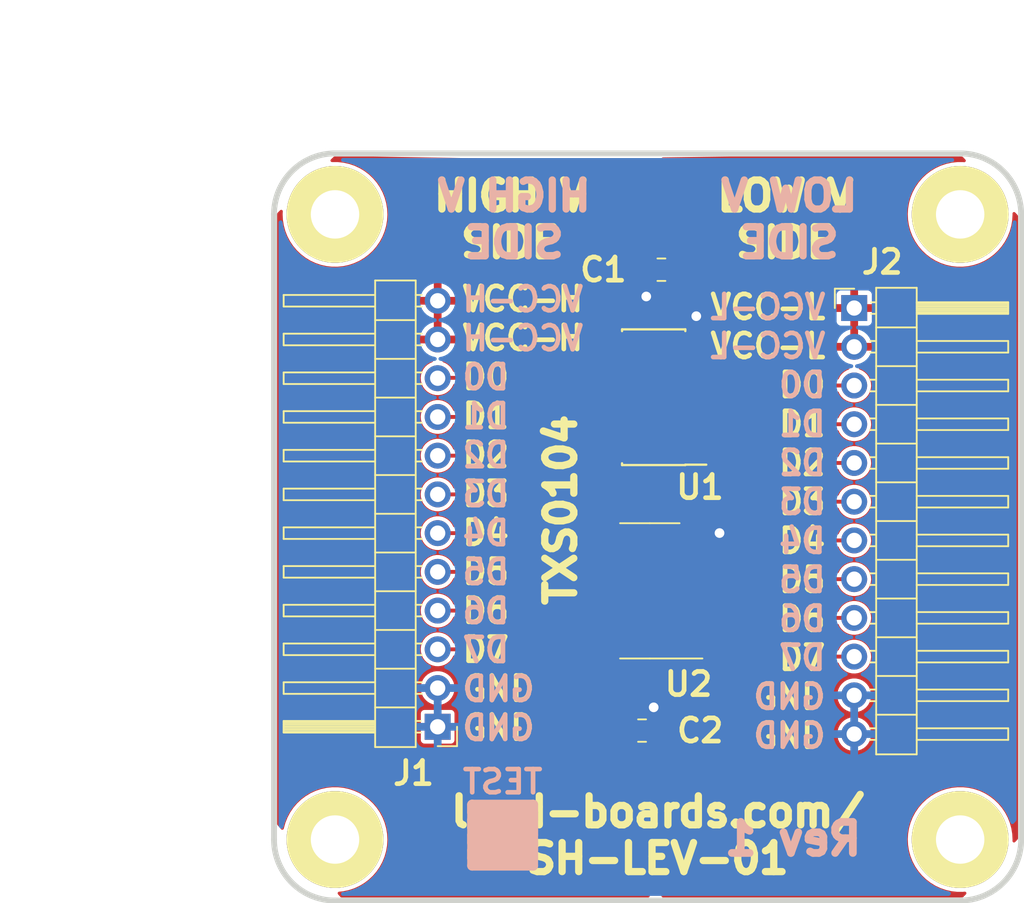
<source format=kicad_pcb>
(kicad_pcb (version 20211014) (generator pcbnew)
  (title_block (title "SD_CARD_X49") (date "2020-02-21") (rev "1") (company "Land Boards LLC"))
  (layers (0 "F.Cu" signal "Front") (31 "B.Cu" signal "Back") (34 "B.Paste" user) (35 "F.Paste" user) (36 "B.SilkS" user "B.Silkscreen") (37 "F.SilkS" user "F.Silkscreen") (38 "B.Mask" user) (39 "F.Mask" user) (44 "Edge.Cuts" user))
  (net 0 "")
  (net 1 "GND")
  (net 2 "VCC")
  (net 4 "+3V3")
  (net 8 "/A0")
  (net 9 "/A1")
  (net 10 "/A2")
  (net 11 "/A3")
  (net 12 "/A4")
  (net 13 "/A5")
  (net 14 "/A6")
  (net 15 "/A7")
  (net 16 "/B7")
  (net 17 "/B6")
  (net 18 "/B5")
  (net 19 "/B4")
  (net 20 "/B3")
  (net 21 "/B2")
  (net 22 "/B1")
  (net 23 "/B0")
  (footprint "MTG-4-40" (layer "F.Cu") (at 14 55)
    (fp_text reference "MTG3" hide)
    (fp_text value "CONN_1" hide)
    (pad "1" thru_hole circle locked (at 0 0) (size 6.35 6.35) (drill 3.175) (layers *.Cu *.Mask "F.SilkS"))
  )
  (footprint "MTG-4-40" (layer "F.Cu") (at 55 55)
    (fp_text reference "MTG4" hide)
    (fp_text value "CONN_1" hide)
    (pad "1" thru_hole circle locked (at 0 0) (size 6.35 6.35) (drill 3.175) (layers *.Cu *.Mask "F.SilkS"))
  )
  (footprint "MTG-4-40" (layer "F.Cu") (at 55 14)
    (fp_text reference "MTG2" hide)
    (fp_text value "CONN_1" hide)
    (pad "1" thru_hole circle locked (at 0 0) (size 6.35 6.35) (drill 3.175) (layers *.Cu *.Mask "F.SilkS"))
  )
  (footprint "MTG-4-40" (layer "F.Cu") (at 14 14)
    (fp_text reference "MTG1" hide)
    (fp_text value "CONN_1" hide)
    (pad "1" thru_hole circle locked (at 0 0) (size 6.35 6.35) (drill 3.175) (layers *.Cu *.Mask "F.SilkS"))
  )
  (footprint "Package_SO:SOIC-14_3.9x8.7mm_P1.27mm" (layer "F.Cu") (at 34.6456 38.6896 180)
    (fp_text reference "U2" (at -2.54 -6.116) (layer "F.SilkS") (effects (font (size 1.524 1.524) (thickness 0.3048))))
    (fp_text value "TXS0104")
    (fp_line (start 0 -4.435) (end 1.95 -4.435) (layer "F.SilkS") (width 0.12))
    (fp_line (start 0 4.435) (end 1.95 4.435) (layer "F.SilkS") (width 0.12))
    (fp_line (start 0 4.435) (end -1.95 4.435) (layer "F.SilkS") (width 0.12))
    (fp_line (start 0 -4.435) (end -3.45 -4.435) (layer "F.SilkS") (width 0.12))
    (pad "1" smd roundrect (at -2.475 -3.81 180) (size 1.95 0.6) (layers "F.Cu" "F.Paste" "F.Mask") (net 4 "+3V3"))
    (pad "2" smd roundrect (at -2.475 -2.54 180) (size 1.95 0.6) (layers "F.Cu" "F.Paste" "F.Mask") (net 23 "/B0"))
    (pad "3" smd roundrect (at -2.475 -1.27 180) (size 1.95 0.6) (layers "F.Cu" "F.Paste" "F.Mask") (net 22 "/B1"))
    (pad "4" smd roundrect (at -2.475 0 180) (size 1.95 0.6) (layers "F.Cu" "F.Paste" "F.Mask") (net 21 "/B2"))
    (pad "5" smd roundrect (at -2.475 1.27 180) (size 1.95 0.6) (layers "F.Cu" "F.Paste" "F.Mask") (net 20 "/B3"))
    (pad "6" smd roundrect (at -2.475 2.54 180) (size 1.95 0.6) (layers "F.Cu" "F.Paste" "F.Mask"))
    (pad "7" smd roundrect (at -2.475 3.81 180) (size 1.95 0.6) (layers "F.Cu" "F.Paste" "F.Mask") (net 1 "GND"))
    (pad "8" smd roundrect (at 2.475 3.81 180) (size 1.95 0.6) (layers "F.Cu" "F.Paste" "F.Mask") (net 4 "+3V3"))
    (pad "9" smd roundrect (at 2.475 2.54 180) (size 1.95 0.6) (layers "F.Cu" "F.Paste" "F.Mask"))
    (pad "10" smd roundrect (at 2.475 1.27 180) (size 1.95 0.6) (layers "F.Cu" "F.Paste" "F.Mask") (net 11 "/A3"))
    (pad "11" smd roundrect (at 2.475 0 180) (size 1.95 0.6) (layers "F.Cu" "F.Paste" "F.Mask") (net 10 "/A2"))
    (pad "12" smd roundrect (at 2.475 -1.27 180) (size 1.95 0.6) (layers "F.Cu" "F.Paste" "F.Mask") (net 9 "/A1"))
    (pad "13" smd roundrect (at 2.475 -2.54 180) (size 1.95 0.6) (layers "F.Cu" "F.Paste" "F.Mask") (net 8 "/A0"))
    (pad "14" smd roundrect (at 2.475 -3.81 180) (size 1.95 0.6) (layers "F.Cu" "F.Paste" "F.Mask") (net 2 "VCC"))
  )
  (footprint "Package_SO:SOIC-14_3.9x8.7mm_P1.27mm" (layer "F.Cu") (at 34.8996 25.9896 180)
    (fp_text reference "U1" (at -3.036 -5.902) (layer "F.SilkS") (effects (font (size 1.524 1.524) (thickness 0.3048))))
    (fp_text value "TXS0104" hide)
    (fp_line (start -2.075 -4.45) (end -2.075 -4.425) (layer "F.SilkS") (width 0.15))
    (fp_line (start 2.075 -4.45) (end 2.075 -4.335) (layer "F.SilkS") (width 0.15))
    (fp_line (start -2.075 -4.425) (end -3.45 -4.425) (layer "F.SilkS") (width 0.15))
    (fp_line (start -2.075 4.45) (end 2.075 4.45) (layer "F.SilkS") (width 0.15))
    (fp_line (start -2.075 -4.45) (end 2.075 -4.45) (layer "F.SilkS") (width 0.15))
    (fp_line (start -2.075 4.45) (end -2.075 4.335) (layer "F.SilkS") (width 0.15))
    (fp_line (start 2.075 4.45) (end 2.075 4.335) (layer "F.SilkS") (width 0.15))
    (pad "1" smd rect locked (at -2.7 -3.81 180) (size 1.5 0.6) (layers "F.Cu" "F.Paste" "F.Mask") (net 4 "+3V3"))
    (pad "2" smd rect locked (at -2.7 -2.54 180) (size 1.5 0.6) (layers "F.Cu" "F.Paste" "F.Mask") (net 19 "/B4"))
    (pad "3" smd rect locked (at -2.7 -1.27 180) (size 1.5 0.6) (layers "F.Cu" "F.Paste" "F.Mask") (net 18 "/B5"))
    (pad "4" smd rect locked (at -2.7 0 180) (size 1.5 0.6) (layers "F.Cu" "F.Paste" "F.Mask") (net 17 "/B6"))
    (pad "5" smd rect locked (at -2.7 1.27 180) (size 1.5 0.6) (layers "F.Cu" "F.Paste" "F.Mask") (net 16 "/B7"))
    (pad "6" smd rect locked (at -2.7 2.54 180) (size 1.5 0.6) (layers "F.Cu" "F.Paste" "F.Mask"))
    (pad "7" smd rect locked (at -2.7 3.81 180) (size 1.5 0.6) (layers "F.Cu" "F.Paste" "F.Mask") (net 1 "GND"))
    (pad "8" smd rect locked (at 2.7 3.81 180) (size 1.5 0.6) (layers "F.Cu" "F.Paste" "F.Mask") (net 4 "+3V3"))
    (pad "9" smd rect locked (at 2.7 2.54 180) (size 1.5 0.6) (layers "F.Cu" "F.Paste" "F.Mask"))
    (pad "10" smd rect locked (at 2.7 1.27 180) (size 1.5 0.6) (layers "F.Cu" "F.Paste" "F.Mask") (net 15 "/A7"))
    (pad "11" smd rect locked (at 2.7 0 180) (size 1.5 0.6) (layers "F.Cu" "F.Paste" "F.Mask") (net 14 "/A6"))
    (pad "12" smd rect locked (at 2.7 -1.27 180) (size 1.5 0.6) (layers "F.Cu" "F.Paste" "F.Mask") (net 13 "/A5"))
    (pad "13" smd rect locked (at 2.7 -2.54 180) (size 1.5 0.6) (layers "F.Cu" "F.Paste" "F.Mask") (net 12 "/A4"))
    (pad "14" smd rect locked (at 2.7 -3.81 180) (size 1.5 0.6) (layers "F.Cu" "F.Paste" "F.Mask") (net 2 "VCC"))
  )
  (footprint "Connector_PinHeader_2.54mm:PinHeader_1x12_P2.54mm_Horizontal" (layer "F.Cu") (at 20.7326 47.6046 180)
    (fp_text reference "J1" (at 1.581 -3.043) (layer "F.SilkS") (effects (font (size 1.524 1.524) (thickness 0.3048))))
    (fp_text value "Conn_01x12")
    (fp_line (start 4.1 -0.38) (end 10.1 -0.38) (layer "F.SilkS") (width 0.12))
    (fp_line (start 1.042929 14.86) (end 1.44 14.86) (layer "F.SilkS") (width 0.12))
    (fp_line (start 4.1 25.02) (end 10.1 25.02) (layer "F.SilkS") (width 0.12))
    (fp_line (start 1.44 24.13) (end 4.1 24.13) (layer "F.SilkS") (width 0.12))
    (fp_line (start 1.11 0.38) (end 1.44 0.38) (layer "F.SilkS") (width 0.12))
    (fp_line (start 1.042929 7.24) (end 1.44 7.24) (layer "F.SilkS") (width 0.12))
    (fp_line (start 4.1 9.78) (end 10.1 9.78) (layer "F.SilkS") (width 0.12))
    (fp_line (start 1.44 13.97) (end 4.1 13.97) (layer "F.SilkS") (width 0.12))
    (fp_line (start 1.44 -1.33) (end 1.44 29.27) (layer "F.SilkS") (width 0.12))
    (fp_line (start 10.1 0.38) (end 4.1 0.38) (layer "F.SilkS") (width 0.12))
    (fp_line (start 1.44 1.27) (end 4.1 1.27) (layer "F.SilkS") (width 0.12))
    (fp_line (start 4.1 7.24) (end 10.1 7.24) (layer "F.SilkS") (width 0.12))
    (fp_line (start 1.042929 10.54) (end 1.44 10.54) (layer "F.SilkS") (width 0.12))
    (fp_line (start 1.042929 28.32) (end 1.44 28.32) (layer "F.SilkS") (width 0.12))
    (fp_line (start 4.1 27.56) (end 10.1 27.56) (layer "F.SilkS") (width 0.12))
    (fp_line (start 10.1 17.4) (end 10.1 18.16) (layer "F.SilkS") (width 0.12))
    (fp_line (start 1.042929 18.16) (end 1.44 18.16) (layer "F.SilkS") (width 0.12))
    (fp_line (start 1.042929 4.7) (end 1.44 4.7) (layer "F.SilkS") (width 0.12))
    (fp_line (start 4.1 -0.32) (end 10.1 -0.32) (layer "F.SilkS") (width 0.12))
    (fp_line (start 4.1 -0.2) (end 10.1 -0.2) (layer "F.SilkS") (width 0.12))
    (fp_line (start 4.1 22.48) (end 10.1 22.48) (layer "F.SilkS") (width 0.12))
    (fp_line (start 10.1 10.54) (end 4.1 10.54) (layer "F.SilkS") (width 0.12))
    (fp_line (start 10.1 25.78) (end 4.1 25.78) (layer "F.SilkS") (width 0.12))
    (fp_line (start 1.44 29.27) (end 4.1 29.27) (layer "F.SilkS") (width 0.12))
    (fp_line (start 10.1 5.46) (end 4.1 5.46) (layer "F.SilkS") (width 0.12))
    (fp_line (start 4.1 12.32) (end 10.1 12.32) (layer "F.SilkS") (width 0.12))
    (fp_line (start 10.1 25.02) (end 10.1 25.78) (layer "F.SilkS") (width 0.12))
    (fp_line (start 1.44 16.51) (end 4.1 16.51) (layer "F.SilkS") (width 0.12))
    (fp_line (start 10.1 12.32) (end 10.1 13.08) (layer "F.SilkS") (width 0.12))
    (fp_line (start 1.042929 12.32) (end 1.44 12.32) (layer "F.SilkS") (width 0.12))
    (fp_line (start 1.042929 2.16) (end 1.44 2.16) (layer "F.SilkS") (width 0.12))
    (fp_line (start 10.1 2.92) (end 4.1 2.92) (layer "F.SilkS") (width 0.12))
    (fp_line (start 1.042929 19.94) (end 1.44 19.94) (layer "F.SilkS") (width 0.12))
    (fp_line (start 10.1 7.24) (end 10.1 8) (layer "F.SilkS") (width 0.12))
    (fp_line (start 1.44 3.81) (end 4.1 3.81) (layer "F.SilkS") (width 0.12))
    (fp_line (start 10.1 8) (end 4.1 8) (layer "F.SilkS") (width 0.12))
    (fp_line (start 4.1 29.27) (end 4.1 -1.33) (layer "F.SilkS") (width 0.12))
    (fp_line (start 1.042929 2.92) (end 1.44 2.92) (layer "F.SilkS") (width 0.12))
    (fp_line (start 1.44 21.59) (end 4.1 21.59) (layer "F.SilkS") (width 0.12))
    (fp_line (start 1.042929 23.24) (end 1.44 23.24) (layer "F.SilkS") (width 0.12))
    (fp_line (start 10.1 13.08) (end 4.1 13.08) (layer "F.SilkS") (width 0.12))
    (fp_line (start 10.1 9.78) (end 10.1 10.54) (layer "F.SilkS") (width 0.12))
    (fp_line (start 1.042929 20.7) (end 1.44 20.7) (layer "F.SilkS") (width 0.12))
    (fp_line (start 10.1 18.16) (end 4.1 18.16) (layer "F.SilkS") (width 0.12))
    (fp_line (start 1.042929 5.46) (end 1.44 5.46) (layer "F.SilkS") (width 0.12))
    (fp_line (start 1.042929 22.48) (end 1.44 22.48) (layer "F.SilkS") (width 0.12))
    (fp_line (start 10.1 20.7) (end 4.1 20.7) (layer "F.SilkS") (width 0.12))
    (fp_line (start 1.042929 25.78) (end 1.44 25.78) (layer "F.SilkS") (width 0.12))
    (fp_line (start 1.44 19.05) (end 4.1 19.05) (layer "F.SilkS") (width 0.12))
    (fp_line (start 1.44 8.89) (end 4.1 8.89) (layer "F.SilkS") (width 0.12))
    (fp_line (start 1.042929 25.02) (end 1.44 25.02) (layer "F.SilkS") (width 0.12))
    (fp_line (start 10.1 14.86) (end 10.1 15.62) (layer "F.SilkS") (width 0.12))
    (fp_line (start 10.1 19.94) (end 10.1 20.7) (layer "F.SilkS") (width 0.12))
    (fp_line (start 4.1 14.86) (end 10.1 14.86) (layer "F.SilkS") (width 0.12))
    (fp_line (start 4.1 -1.33) (end 1.44 -1.33) (layer "F.SilkS") (width 0.12))
    (fp_line (start 10.1 -0.38) (end 10.1 0.38) (layer "F.SilkS") (width 0.12))
    (fp_line (start 10.1 27.56) (end 10.1 28.32) (layer "F.SilkS") (width 0.12))
    (fp_line (start 1.11 -0.38) (end 1.44 -0.38) (layer "F.SilkS") (width 0.12))
    (fp_line (start 4.1 0.16) (end 10.1 0.16) (layer "F.SilkS") (width 0.12))
    (fp_line (start 10.1 4.7) (end 10.1 5.46) (layer "F.SilkS") (width 0.12))
    (fp_line (start 4.1 0.04) (end 10.1 0.04) (layer "F.SilkS") (width 0.12))
    (fp_line (start 4.1 0.28) (end 10.1 0.28) (layer "F.SilkS") (width 0.12))
    (fp_line (start 4.1 4.7) (end 10.1 4.7) (layer "F.SilkS") (width 0.12))
    (fp_line (start 10.1 15.62) (end 4.1 15.62) (layer "F.SilkS") (width 0.12))
    (fp_line (start -1.27 -1.27) (end 0 -1.27) (layer "F.SilkS") (width 0.12))
    (fp_line (start 4.1 -0.08) (end 10.1 -0.08) (layer "F.SilkS") (width 0.12))
    (fp_line (start 10.1 23.24) (end 4.1 23.24) (layer "F.SilkS") (width 0.12))
    (fp_line (start 10.1 28.32) (end 4.1 28.32) (layer "F.SilkS") (width 0.12))
    (fp_line (start 10.1 2.16) (end 10.1 2.92) (layer "F.SilkS") (width 0.12))
    (fp_line (start 4.1 19.94) (end 10.1 19.94) (layer "F.SilkS") (width 0.12))
    (fp_line (start 1.44 6.35) (end 4.1 6.35) (layer "F.SilkS") (width 0.12))
    (fp_line (start 1.042929 27.56) (end 1.44 27.56) (layer "F.SilkS") (width 0.12))
    (fp_line (start 1.042929 17.4) (end 1.44 17.4) (layer "F.SilkS") (width 0.12))
    (fp_line (start 1.44 26.67) (end 4.1 26.67) (layer "F.SilkS") (width 0.12))
    (fp_line (start 1.042929 13.08) (end 1.44 13.08) (layer "F.SilkS") (width 0.12))
    (fp_line (start 1.44 11.43) (end 4.1 11.43) (layer "F.SilkS") (width 0.12))
    (fp_line (start -1.27 0) (end -1.27 -1.27) (layer "F.SilkS") (width 0.12))
    (fp_line (start 10.1 22.48) (end 10.1 23.24) (layer "F.SilkS") (width 0.12))
    (fp_line (start 1.042929 15.62) (end 1.44 15.62) (layer "F.SilkS") (width 0.12))
    (fp_line (start 4.1 2.16) (end 10.1 2.16) (layer "F.SilkS") (width 0.12))
    (fp_line (start 1.042929 9.78) (end 1.44 9.78) (layer "F.SilkS") (width 0.12))
    (fp_line (start 4.1 17.4) (end 10.1 17.4) (layer "F.SilkS") (width 0.12))
    (fp_line (start 1.042929 8) (end 1.44 8) (layer "F.SilkS") (width 0.12))
    (pad "1" thru_hole rect (at 0 0 180) (size 1.7 1.7) (drill 1) (layers *.Cu *.Mask) (net 1 "GND"))
    (pad "2" thru_hole oval (at 0 2.54 180) (size 1.7 1.7) (drill 1) (layers *.Cu *.Mask) (net 1 "GND"))
    (pad "3" thru_hole oval (at 0 5.08 180) (size 1.7 1.7) (drill 1) (layers *.Cu *.Mask) (net 8 "/A0"))
    (pad "4" thru_hole oval (at 0 7.62 180) (size 1.7 1.7) (drill 1) (layers *.Cu *.Mask) (net 9 "/A1"))
    (pad "5" thru_hole oval (at 0 10.16 180) (size 1.7 1.7) (drill 1) (layers *.Cu *.Mask) (net 10 "/A2"))
    (pad "6" thru_hole oval (at 0 12.7 180) (size 1.7 1.7) (drill 1) (layers *.Cu *.Mask) (net 11 "/A3"))
    (pad "7" thru_hole oval (at 0 15.24 180) (size 1.7 1.7) (drill 1) (layers *.Cu *.Mask) (net 12 "/A4"))
    (pad "8" thru_hole oval (at 0 17.78 180) (size 1.7 1.7) (drill 1) (layers *.Cu *.Mask) (net 13 "/A5"))
    (pad "9" thru_hole oval (at 0 20.32 180) (size 1.7 1.7) (drill 1) (layers *.Cu *.Mask) (net 14 "/A6"))
    (pad "10" thru_hole oval (at 0 22.86 180) (size 1.7 1.7) (drill 1) (layers *.Cu *.Mask) (net 15 "/A7"))
    (pad "11" thru_hole oval (at 0 25.4 180) (size 1.7 1.7) (drill 1) (layers *.Cu *.Mask) (net 2 "VCC"))
    (pad "12" thru_hole oval (at 0 27.94 180) (size 1.7 1.7) (drill 1) (layers *.Cu *.Mask) (net 2 "VCC"))
  )
  (footprint "Capacitor_SMD:C_0805_2012Metric_Pad1.18x1.45mm_HandSolder" (layer "F.Cu") (at 34.1376 47.8536)
    (fp_text reference "C2" (at 3.81 0) (layer "F.SilkS") (effects (font (size 1.524 1.524) (thickness 0.3048))))
    (fp_text value "0.1uF")
    (fp_line (start -0.261252 -0.735) (end 0.261252 -0.735) (layer "F.SilkS") (width 0.12))
    (fp_line (start -0.261252 0.735) (end 0.261252 0.735) (layer "F.SilkS") (width 0.12))
    (pad "1" smd roundrect (at -1.0375 0) (size 1.175 1.45) (layers "F.Cu" "F.Paste" "F.Mask") (roundrect_rratio 0.2127659574) (net 2 "VCC"))
    (pad "2" smd roundrect (at 1.0375 0) (size 1.175 1.45) (layers "F.Cu" "F.Paste" "F.Mask") (roundrect_rratio 0.2127659574) (net 1 "GND"))
  )
  (footprint "Connector_PinHeader_2.54mm:PinHeader_1x12_P2.54mm_Horizontal" (layer "F.Cu") (at 48.0506 20.1426)
    (fp_text reference "J2" (at 1.835 -3.023) (layer "F.SilkS") (effects (font (size 1.524 1.524) (thickness 0.3048))))
    (fp_text value "Conn_01x12")
    (fp_line (start 1.44 16.51) (end 4.1 16.51) (layer "F.SilkS") (width 0.12))
    (fp_line (start 10.1 2.16) (end 10.1 2.92) (layer "F.SilkS") (width 0.12))
    (fp_line (start 10.1 -0.38) (end 10.1 0.38) (layer "F.SilkS") (width 0.12))
    (fp_line (start 1.44 1.27) (end 4.1 1.27) (layer "F.SilkS") (width 0.12))
    (fp_line (start 10.1 9.78) (end 10.1 10.54) (layer "F.SilkS") (width 0.12))
    (fp_line (start 4.1 0.16) (end 10.1 0.16) (layer "F.SilkS") (width 0.12))
    (fp_line (start 1.042929 25.78) (end 1.44 25.78) (layer "F.SilkS") (width 0.12))
    (fp_line (start 4.1 29.27) (end 4.1 -1.33) (layer "F.SilkS") (width 0.12))
    (fp_line (start 10.1 19.94) (end 10.1 20.7) (layer "F.SilkS") (width 0.12))
    (fp_line (start 1.042929 19.94) (end 1.44 19.94) (layer "F.SilkS") (width 0.12))
    (fp_line (start 10.1 17.4) (end 10.1 18.16) (layer "F.SilkS") (width 0.12))
    (fp_line (start 1.042929 8) (end 1.44 8) (layer "F.SilkS") (width 0.12))
    (fp_line (start 1.44 11.43) (end 4.1 11.43) (layer "F.SilkS") (width 0.12))
    (fp_line (start 1.042929 9.78) (end 1.44 9.78) (layer "F.SilkS") (width 0.12))
    (fp_line (start 10.1 23.24) (end 4.1 23.24) (layer "F.SilkS") (width 0.12))
    (fp_line (start 10.1 8) (end 4.1 8) (layer "F.SilkS") (width 0.12))
    (fp_line (start 1.042929 22.48) (end 1.44 22.48) (layer "F.SilkS") (width 0.12))
    (fp_line (start 1.042929 14.86) (end 1.44 14.86) (layer "F.SilkS") (width 0.12))
    (fp_line (start 1.042929 27.56) (end 1.44 27.56) (layer "F.SilkS") (width 0.12))
    (fp_line (start 4.1 19.94) (end 10.1 19.94) (layer "F.SilkS") (width 0.12))
    (fp_line (start 4.1 0.04) (end 10.1 0.04) (layer "F.SilkS") (width 0.12))
    (fp_line (start 4.1 22.48) (end 10.1 22.48) (layer "F.SilkS") (width 0.12))
    (fp_line (start 1.042929 20.7) (end 1.44 20.7) (layer "F.SilkS") (width 0.12))
    (fp_line (start 4.1 -0.08) (end 10.1 -0.08) (layer "F.SilkS") (width 0.12))
    (fp_line (start 4.1 2.16) (end 10.1 2.16) (layer "F.SilkS") (width 0.12))
    (fp_line (start 4.1 17.4) (end 10.1 17.4) (layer "F.SilkS") (width 0.12))
    (fp_line (start 10.1 25.78) (end 4.1 25.78) (layer "F.SilkS") (width 0.12))
    (fp_line (start 10.1 2.92) (end 4.1 2.92) (layer "F.SilkS") (width 0.12))
    (fp_line (start 10.1 7.24) (end 10.1 8) (layer "F.SilkS") (width 0.12))
    (fp_line (start 1.44 6.35) (end 4.1 6.35) (layer "F.SilkS") (width 0.12))
    (fp_line (start 1.44 29.27) (end 4.1 29.27) (layer "F.SilkS") (width 0.12))
    (fp_line (start 1.11 0.38) (end 1.44 0.38) (layer "F.SilkS") (width 0.12))
    (fp_line (start 10.1 0.38) (end 4.1 0.38) (layer "F.SilkS") (width 0.12))
    (fp_line (start 4.1 -1.33) (end 1.44 -1.33) (layer "F.SilkS") (width 0.12))
    (fp_line (start 4.1 -0.2) (end 10.1 -0.2) (layer "F.SilkS") (width 0.12))
    (fp_line (start 4.1 0.28) (end 10.1 0.28) (layer "F.SilkS") (width 0.12))
    (fp_line (start 1.44 24.13) (end 4.1 24.13) (layer "F.SilkS") (width 0.12))
    (fp_line (start 1.042929 5.46) (end 1.44 5.46) (layer "F.SilkS") (width 0.12))
    (fp_line (start 1.042929 10.54) (end 1.44 10.54) (layer "F.SilkS") (width 0.12))
    (fp_line (start 1.44 21.59) (end 4.1 21.59) (layer "F.SilkS") (width 0.12))
    (fp_line (start 1.042929 7.24) (end 1.44 7.24) (layer "F.SilkS") (width 0.12))
    (fp_line (start 1.042929 13.08) (end 1.44 13.08) (layer "F.SilkS") (width 0.12))
    (fp_line (start 1.44 8.89) (end 4.1 8.89) (layer "F.SilkS") (width 0.12))
    (fp_line (start 10.1 27.56) (end 10.1 28.32) (layer "F.SilkS") (width 0.12))
    (fp_line (start 10.1 4.7) (end 10.1 5.46) (layer "F.SilkS") (width 0.12))
    (fp_line (start 1.042929 17.4) (end 1.44 17.4) (layer "F.SilkS") (width 0.12))
    (fp_line (start 1.042929 12.32) (end 1.44 12.32) (layer "F.SilkS") (width 0.12))
    (fp_line (start 1.042929 18.16) (end 1.44 18.16) (layer "F.SilkS") (width 0.12))
    (fp_line (start 10.1 5.46) (end 4.1 5.46) (layer "F.SilkS") (width 0.12))
    (fp_line (start 10.1 12.32) (end 10.1 13.08) (layer "F.SilkS") (width 0.12))
    (fp_line (start 1.042929 2.92) (end 1.44 2.92) (layer "F.SilkS") (width 0.12))
    (fp_line (start 4.1 9.78) (end 10.1 9.78) (layer "F.SilkS") (width 0.12))
    (fp_line (start 1.44 26.67) (end 4.1 26.67) (layer "F.SilkS") (width 0.12))
    (fp_line (start 1.042929 25.02) (end 1.44 25.02) (layer "F.SilkS") (width 0.12))
    (fp_line (start 1.11 -0.38) (end 1.44 -0.38) (layer "F.SilkS") (width 0.12))
    (fp_line (start 10.1 14.86) (end 10.1 15.62) (layer "F.SilkS") (width 0.12))
    (fp_line (start 4.1 7.24) (end 10.1 7.24) (layer "F.SilkS") (width 0.12))
    (fp_line (start 1.042929 28.32) (end 1.44 28.32) (layer "F.SilkS") (width 0.12))
    (fp_line (start 4.1 -0.38) (end 10.1 -0.38) (layer "F.SilkS") (width 0.12))
    (fp_line (start 4.1 14.86) (end 10.1 14.86) (layer "F.SilkS") (width 0.12))
    (fp_line (start 1.042929 15.62) (end 1.44 15.62) (layer "F.SilkS") (width 0.12))
    (fp_line (start 1.042929 2.16) (end 1.44 2.16) (layer "F.SilkS") (width 0.12))
    (fp_line (start 10.1 22.48) (end 10.1 23.24) (layer "F.SilkS") (width 0.12))
    (fp_line (start 4.1 27.56) (end 10.1 27.56) (layer "F.SilkS") (width 0.12))
    (fp_line (start 1.44 3.81) (end 4.1 3.81) (layer "F.SilkS") (width 0.12))
    (fp_line (start 1.042929 23.24) (end 1.44 23.24) (layer "F.SilkS") (width 0.12))
    (fp_line (start -1.27 -1.27) (end 0 -1.27) (layer "F.SilkS") (width 0.12))
    (fp_line (start 1.042929 4.7) (end 1.44 4.7) (layer "F.SilkS") (width 0.12))
    (fp_line (start 10.1 10.54) (end 4.1 10.54) (layer "F.SilkS") (width 0.12))
    (fp_line (start 1.44 13.97) (end 4.1 13.97) (layer "F.SilkS") (width 0.12))
    (fp_line (start 4.1 12.32) (end 10.1 12.32) (layer "F.SilkS") (width 0.12))
    (fp_line (start 10.1 20.7) (end 4.1 20.7) (layer "F.SilkS") (width 0.12))
    (fp_line (start -1.27 0) (end -1.27 -1.27) (layer "F.SilkS") (width 0.12))
    (fp_line (start 10.1 28.32) (end 4.1 28.32) (layer "F.SilkS") (width 0.12))
    (fp_line (start 10.1 15.62) (end 4.1 15.62) (layer "F.SilkS") (width 0.12))
    (fp_line (start 1.44 19.05) (end 4.1 19.05) (layer "F.SilkS") (width 0.12))
    (fp_line (start 10.1 25.02) (end 10.1 25.78) (layer "F.SilkS") (width 0.12))
    (fp_line (start 10.1 13.08) (end 4.1 13.08) (layer "F.SilkS") (width 0.12))
    (fp_line (start 4.1 4.7) (end 10.1 4.7) (layer "F.SilkS") (width 0.12))
    (fp_line (start 1.44 -1.33) (end 1.44 29.27) (layer "F.SilkS") (width 0.12))
    (fp_line (start 10.1 18.16) (end 4.1 18.16) (layer "F.SilkS") (width 0.12))
    (fp_line (start 4.1 25.02) (end 10.1 25.02) (layer "F.SilkS") (width 0.12))
    (fp_line (start 4.1 -0.32) (end 10.1 -0.32) (layer "F.SilkS") (width 0.12))
    (pad "1" thru_hole rect (at 0 0) (size 1.7 1.7) (drill 1) (layers *.Cu *.Mask) (net 4 "+3V3"))
    (pad "2" thru_hole oval (at 0 2.54) (size 1.7 1.7) (drill 1) (layers *.Cu *.Mask) (net 4 "+3V3"))
    (pad "3" thru_hole oval (at 0 5.08) (size 1.7 1.7) (drill 1) (layers *.Cu *.Mask) (net 16 "/B7"))
    (pad "4" thru_hole oval (at 0 7.62) (size 1.7 1.7) (drill 1) (layers *.Cu *.Mask) (net 17 "/B6"))
    (pad "5" thru_hole oval (at 0 10.16) (size 1.7 1.7) (drill 1) (layers *.Cu *.Mask) (net 18 "/B5"))
    (pad "6" thru_hole oval (at 0 12.7) (size 1.7 1.7) (drill 1) (layers *.Cu *.Mask) (net 19 "/B4"))
    (pad "7" thru_hole oval (at 0 15.24) (size 1.7 1.7) (drill 1) (layers *.Cu *.Mask) (net 20 "/B3"))
    (pad "8" thru_hole oval (at 0 17.78) (size 1.7 1.7) (drill 1) (layers *.Cu *.Mask) (net 21 "/B2"))
    (pad "9" thru_hole oval (at 0 20.32) (size 1.7 1.7) (drill 1) (layers *.Cu *.Mask) (net 22 "/B1"))
    (pad "10" thru_hole oval (at 0 22.86) (size 1.7 1.7) (drill 1) (layers *.Cu *.Mask) (net 23 "/B0"))
    (pad "11" thru_hole oval (at 0 25.4) (size 1.7 1.7) (drill 1) (layers *.Cu *.Mask) (net 1 "GND"))
    (pad "12" thru_hole oval (at 0 27.94) (size 1.7 1.7) (drill 1) (layers *.Cu *.Mask) (net 1 "GND"))
  )
  (footprint "LandBoards_Marking:TEST_BLK-REAR" (layer "F.Cu") (at 24.9936 54.7116)
    (fp_text reference "TEST" (at 0 -3.499993) (layer "B.SilkS") (effects (font (size 1.524 1.524) (thickness 0.3048)) (justify mirror)))
    (fp_text value "COUPON" hide)
    (fp_line (start -2 1.5) (end 2 1.5) (layer "B.SilkS") (width 0.65))
    (fp_line (start -2 0) (end -2 0.5) (layer "B.SilkS") (width 0.65))
    (fp_line (start -2 2) (end -2 -2) (layer "B.SilkS") (width 0.65))
    (fp_line (start 2 -0.5) (end 2 0) (layer "B.SilkS") (width 0.65))
    (fp_line (start 2 -1.5) (end 2 -1) (layer "B.SilkS") (width 0.65))
    (fp_line (start -2 -1) (end -2 -0.5) (layer "B.SilkS") (width 0.65))
    (fp_line (start -2 -1.5) (end 2 -1.5) (layer "B.SilkS") (width 0.65))
    (fp_line (start 2 0) (end -2 0) (layer "B.SilkS") (width 0.65))
    (fp_line (start -2 -2) (end 2 -2) (layer "B.SilkS") (width 0.65))
    (fp_line (start -2 -0.5) (end 2 -0.5) (layer "B.SilkS") (width 0.65))
    (fp_line (start 2 1) (end -2 1) (layer "B.SilkS") (width 0.65))
    (fp_line (start -2 0.5) (end 1.5 0.5) (layer "B.SilkS") (width 0.65))
    (fp_line (start 2 2) (end -2 2) (layer "B.SilkS") (width 0.65))
    (fp_line (start 2 -2) (end 2 2) (layer "B.SilkS") (width 0.65))
    (fp_line (start -2 -2) (end -2 -1.5) (layer "B.SilkS") (width 0.65))
    (fp_line (start 2 0.5) (end 2 1) (layer "B.SilkS") (width 0.65))
    (fp_line (start -2 1) (end -2 1.5) (layer "B.SilkS") (width 0.65))
    (fp_line (start 2 -1) (end -2 -1) (layer "B.SilkS") (width 0.65))
    (fp_line (start 1.5 0.5) (end 2 0.5) (layer "B.SilkS") (width 0.65))
  )
  (footprint "Capacitor_SMD:C_0805_2012Metric_Pad1.18x1.45mm_HandSolder" (layer "F.Cu") (at 35.4076 17.6276 180)
    (fp_text reference "C1" (at 3.81 0) (layer "F.SilkS") (effects (font (size 1.524 1.524) (thickness 0.3048))))
    (fp_text value "0.1uF")
    (fp_line (start -0.261252 0.735) (end 0.261252 0.735) (layer "F.SilkS") (width 0.12))
    (fp_line (start -0.261252 -0.735) (end 0.261252 -0.735) (layer "F.SilkS") (width 0.12))
    (pad "1" smd roundrect (at -1.0375 0 180) (size 1.175 1.45) (layers "F.Cu" "F.Paste" "F.Mask") (roundrect_rratio 0.2127659574) (net 4 "+3V3"))
    (pad "2" smd roundrect (at 1.0375 0 180) (size 1.175 1.45) (layers "F.Cu" "F.Paste" "F.Mask") (roundrect_rratio 0.2127659574) (net 1 "GND"))
  )
  (gr_line (start 59 21) (end 59 55) (layer "Edge.Cuts") (width 0.381))
  (gr_arc (start 55 10) (mid 57.828427 11.171573) (end 59 14) (layer "Edge.Cuts") (width 0.381))
  (gr_line (start 59 14) (end 59 21) (layer "Edge.Cuts") (width 0.381))
  (gr_line (start 55 59) (end 14 59) (layer "Edge.Cuts") (width 0.381))
  (gr_line (start 10 55) (end 10 14) (layer "Edge.Cuts") (width 0.381))
  (gr_arc (start 59 55) (mid 57.828427 57.828427) (end 55 59) (layer "Edge.Cuts") (width 0.381))
  (gr_arc (start 14 59) (mid 11.171573 57.828427) (end 10 55) (layer "Edge.Cuts") (width 0.381))
  (gr_line (start 14 10) (end 55 10) (layer "Edge.Cuts") (width 0.381))
  (gr_arc (start 10 14) (mid 11.171573 11.171573) (end 14 10) (layer "Edge.Cuts") (width 0.381))
  (gr_text "HIGH V\nSIDE" (at 25.7556 14.3256) (layer "B.SilkS") (effects (font (size 1.905 1.905) (thickness 0.47625)) (justify mirror)))
  (gr_text "LOW V\nSIDE" (at 43.7896 14.3256) (layer "B.SilkS") (effects (font (size 1.905 1.905) (thickness 0.47625)) (justify mirror)))
  (gr_text "VCC-H\nVCC-H\nD0\nD1\nD2\nD3\nD4\nD5\nD6\nD7\nGND\nGND" (at 22.1996 33.6296) (layer "B.SilkS") (effects (font (size 1.5875 1.524) (thickness 0.3048)) (justify right mirror)))
  (gr_text "VCC-L\nVCC-L\nD0\nD1\nD2\nD3\nD4\nD5\nD6\nD7\nGND\nGND" (at 46.3296 34.1376) (layer "B.SilkS") (effects (font (size 1.5875 1.524) (thickness 0.3048)) (justify left mirror)))
  (gr_text "Rev 1" (at 44.0436 54.9656) (layer "B.SilkS") (effects (font (size 2.032 2.032) (thickness 0.508)) (justify mirror)))
  (gr_text "VCC-L\nVCC-L\nD0\nD1\nD2\nD3\nD4\nD5\nD6\nD7\nGND\nGND" (at 46.3296 34.1376) (layer "F.SilkS") (effects (font (size 1.5875 1.524) (thickness 0.3048)) (justify right)))
  (gr_text "VCC-H\nVCC-H\nD0\nD1\nD2\nD3\nD4\nD5\nD6\nD7\nGND\nGND" (at 22.1996 33.60961) (layer "F.SilkS") (effects (font (size 1.5875 1.524) (thickness 0.3048)) (justify left)))
  (gr_text "land-boards.com/\nSH-LEV-01" (at 35.1536 54.7116) (layer "F.SilkS") (effects (font (size 1.905 1.905) (thickness 0.47625))))
  (gr_text "TXS0104" (at 28.8036 33.3756 90) (layer "F.SilkS") (effects (font (size 1.905 1.905) (thickness 0.47625))))
  (gr_text "LOW V\nSIDE" (at 43.5356 14.3256) (layer "F.SilkS") (effects (font (size 1.905 1.905) (thickness 0.47625))))
  (gr_text "HIGH V\nSIDE" (at 25.5016 14.3256) (layer "F.SilkS") (effects (font (size 1.905 1.905) (thickness 0.47625))))
  (segment (start 35.1751 46.6051) (end 34.8996 46.3296) (width 0.254) (layer "F.Cu") (net 1))
  (segment (start 35.1751 47.8536) (end 35.1751 46.6051) (width 0.254) (layer "F.Cu") (net 1))
  (segment (start 39.1976 34.8796) (end 39.2176 34.8996) (width 0.254) (layer "F.Cu") (net 1))
  (segment (start 34.4131 17.8816) (end 34.4131 19.3841) (width 0.254) (layer "F.Cu") (net 1))
  (segment (start 37.1206 34.8796) (end 39.1976 34.8796) (width 0.254) (layer "F.Cu") (net 1))
  (segment (start 37.5996 22.1796) (end 37.5996 20.8356) (width 0.254) (layer "F.Cu") (net 1))
  (segment (start 37.5996 20.7696) (end 37.6936 20.6756) (width 0.254) (layer "F.Cu") (net 1))
  (segment (start 37.5996 20.8356) (end 37.5996 20.7696) (width 0.254) (layer "F.Cu") (net 1))
  (via (at 34.8996 46.3296) (size 0.889) (drill 0.635) (layers "F.Cu" "B.Cu") (net 1))
  (via (at 39.2176 34.8996) (size 0.889) (drill 0.635) (layers "F.Cu" "B.Cu") (net 1))
  (via (at 37.6936 20.6756) (size 0.889) (drill 0.635) (layers "F.Cu" "B.Cu") (net 1))
  (via (at 34.4131 19.3841) (size 0.889) (drill 0.635) (layers "F.Cu" "B.Cu") (net 1))
  (segment (start 32.1706 34.8796) (end 32.1706 33.8186) (width 0.2032) (layer "F.Cu") (net 4))
  (segment (start 32.1996 22.1796) (end 32.1996 21.3436) (width 0.2032) (layer "F.Cu") (net 4))
  (segment (start 32.1706 33.8186) (end 32.8676 33.1216) (width 0.2032) (layer "F.Cu") (net 4))
  (segment (start 32.1996 21.3436) (end 33.1216 20.4216) (width 0.2032) (layer "F.Cu") (net 4))
  (segment (start 33.1216 20.4216) (end 35.9156 20.4216) (width 0.2032) (layer "F.Cu") (net 4))
  (segment (start 32.8676 33.1216) (end 35.9156 33.1216) (width 0.2032) (layer "F.Cu") (net 4))
  (segment (start 32.1706 41.2296) (end 27.5536 41.2296) (width 0.254) (layer "F.Cu") (net 8))
  (segment (start 20.7326 42.5246) (end 26.2586 42.5246) (width 0.254) (layer "F.Cu") (net 8))
  (segment (start 27.5536 41.2296) (end 26.2586 42.5246) (width 0.254) (layer "F.Cu") (net 8))
  (segment (start 25.5216 39.9596) (end 25.4966 39.9846) (width 0.254) (layer "F.Cu") (net 9))
  (segment (start 32.1706 39.9596) (end 25.5216 39.9596) (width 0.254) (layer "F.Cu") (net 9))
  (segment (start 25.4966 39.9846) (end 20.7326 39.9846) (width 0.254) (layer "F.Cu") (net 9))
  (segment (start 20.7326 37.4446) (end 24.9986 37.4446) (width 0.254) (layer "F.Cu") (net 10))
  (segment (start 26.2636 38.7096) (end 32.1506 38.7096) (width 0.254) (layer "F.Cu") (net 10))
  (segment (start 24.9986 37.4446) (end 26.2636 38.7096) (width 0.254) (layer "F.Cu") (net 10))
  (segment (start 27.0056 37.4196) (end 24.4906 34.9046) (width 0.254) (layer "F.Cu") (net 11))
  (segment (start 32.1706 37.4196) (end 27.0056 37.4196) (width 0.254) (layer "F.Cu") (net 11))
  (segment (start 24.4906 34.9046) (end 20.7326 34.9046) (width 0.254) (layer "F.Cu") (net 11))
  (segment (start 29.0776 28.5296) (end 25.2426 32.3646) (width 0.254) (layer "F.Cu") (net 12))
  (segment (start 32.1996 28.5296) (end 29.0776 28.5296) (width 0.254) (layer "F.Cu") (net 12))
  (segment (start 25.2426 32.3646) (end 20.7326 32.3646) (width 0.254) (layer "F.Cu") (net 12))
  (segment (start 20.7326 29.8246) (end 26.2586 29.8246) (width 0.254) (layer "F.Cu") (net 13))
  (segment (start 28.8236 27.2596) (end 32.1996 27.2596) (width 0.254) (layer "F.Cu") (net 13))
  (segment (start 26.2586 29.8246) (end 28.8236 27.2596) (width 0.254) (layer "F.Cu") (net 13))
  (segment (start 20.7326 27.2846) (end 26.2586 27.2846) (width 0.254) (layer "F.Cu") (net 14))
  (segment (start 26.2586 27.2846) (end 27.5536 25.9896) (width 0.254) (layer "F.Cu") (net 14))
  (segment (start 32.1996 25.9896) (end 27.5536 25.9896) (width 0.254) (layer "F.Cu") (net 14))
  (segment (start 32.1996 24.7196) (end 20.7576 24.7196) (width 0.254) (layer "F.Cu") (net 15))
  (segment (start 48.0506 25.2226) (end 44.2726 25.2226) (width 0.254) (layer "F.Cu") (net 16))
  (segment (start 44.2976 25.2476) (end 43.7696 24.7196) (width 0.254) (layer "F.Cu") (net 16))
  (segment (start 37.5996 24.7196) (end 43.7696 24.7196) (width 0.254) (layer "F.Cu") (net 16))
  (segment (start 48.0506 27.7626) (end 43.5106 27.7626) (width 0.254) (layer "F.Cu") (net 17))
  (segment (start 37.5996 25.9896) (end 41.7376 25.9896) (width 0.254) (layer "F.Cu") (net 17))
  (segment (start 43.5356 27.7876) (end 41.7376 25.9896) (width 0.254) (layer "F.Cu") (net 17))
  (segment (start 48.0506 30.3026) (end 43.2566 30.3026) (width 0.254) (layer "F.Cu") (net 18))
  (segment (start 43.2566 30.3026) (end 40.2136 27.2596) (width 0.254) (layer "F.Cu") (net 18))
  (segment (start 37.5996 27.2596) (end 40.2136 27.2596) (width 0.254) (layer "F.Cu") (net 18))
  (segment (start 37.5996 28.5296) (end 39.2376 28.5296) (width 0.254) (layer "F.Cu") (net 19))
  (segment (start 48.0506 32.8426) (end 43.5506 32.8426) (width 0.254) (layer "F.Cu") (net 19))
  (segment (start 43.5506 32.8426) (end 39.2376 28.5296) (width 0.254) (layer "F.Cu") (net 19))
  (segment (start 48.0506 35.3826) (end 42.5446 35.3826) (width 0.254) (layer "F.Cu") (net 20))
  (segment (start 40.5076 37.4196) (end 37.1206 37.4196) (width 0.254) (layer "F.Cu") (net 20))
  (segment (start 42.5446 35.3826) (end 40.5076 37.4196) (width 0.254) (layer "F.Cu") (net 20))
  (segment (start 37.1206 38.6896) (end 41.2696 38.6896) (width 0.254) (layer "F.Cu") (net 21))
  (segment (start 42.0366 37.9226) (end 48.0506 37.9226) (width 0.254) (layer "F.Cu") (net 21))
  (segment (start 41.2696 38.6896) (end 42.0366 37.9226) (width 0.254) (layer "F.Cu") (net 21))
  (segment (start 37.1206 39.9596) (end 39.4516 39.9596) (width 0.254) (layer "F.Cu") (net 22))
  (segment (start 39.4516 39.9596) (end 39.9546 40.4626) (width 0.254) (layer "F.Cu") (net 22))
  (segment (start 48.0506 40.4626) (end 39.9546 40.4626) (width 0.254) (layer "F.Cu") (net 22))
  (segment (start 48.0506 43.0026) (end 41.2646 43.0026) (width 0.254) (layer "F.Cu") (net 23))
  (segment (start 37.1206 41.2296) (end 39.4916 41.2296) (width 0.254) (layer "F.Cu") (net 23))
  (segment (start 41.2646 43.0026) (end 39.4916 41.2296) (width 0.254) (layer "F.Cu") (net 23))
  (zone (net 2) (net_name "VCC") (layer "F.Cu") (connect_pads (clearance 0.2032)) (min_thickness 0.2032) (fill yes (thermal_gap 0.508) (thermal_bridge_width 0.508))
    (polygon (pts (xy 13.97 10.16) (xy 34.6456 10.5156) (xy 34.6456 59.055) (xy 14.605 59.055) (xy 10.16 53.975) (xy 10.16 13.97)))
  )
  (zone (net 4) (net_name "+3V3") (layer "F.Cu") (connect_pads (clearance 0.2032)) (min_thickness 0.2032) (fill yes (thermal_gap 0.508) (thermal_bridge_width 0.508))
    (polygon (pts (xy 59.0296 14.3256) (xy 59.0296 54.7116) (xy 54.9656 59.0296) (xy 35.4076 59.0296) (xy 35.4076 10.2616) (xy 54.9656 10.0076)))
  )
  (zone (net 1) (net_name "GND") (layer "B.Cu") (connect_pads (clearance 0.3048)) (min_thickness 0.254) (fill yes (thermal_gap 0.508) (thermal_bridge_width 0.508))
    (polygon (pts (xy 13.335 10.16) (xy 54.61 10.16) (xy 59.055 14.605) (xy 59 21) (xy 59 44) (xy 59.055 53.34) (xy 53.975 59.055) (xy 14.605 59.055) (xy 10.16 53.975) (xy 10.16 13.335)))
  )
)
</source>
